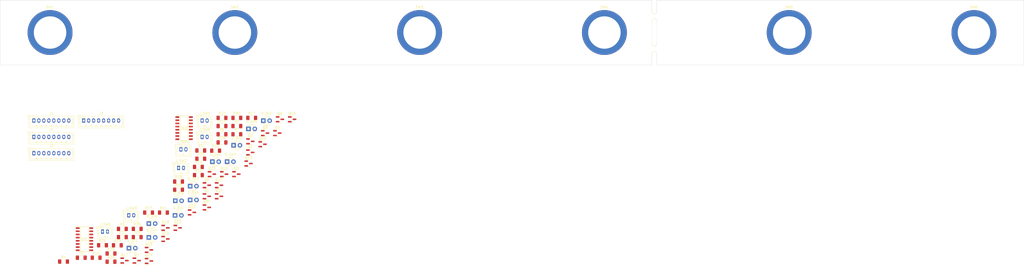
<source format=kicad_pcb>
(kicad_pcb (version 20211014) (generator pcbnew)
  (layers (0 "F.Cu" signal) (31 "B.Cu" signal) (34 "B.Paste" user) (35 "F.Paste" user) (36 "B.SilkS" user "B.Silkscreen") (37 "F.SilkS" user "F.Silkscreen") (38 "B.Mask" user) (39 "F.Mask" user) (44 "Edge.Cuts" user))
  (net 0 "")
  (net 1 "Net-(D_Bl1-Pad1)")
  (net 2 "/VDD3V3")
  (net 3 "Net-(D_Bl2-Pad1)")
  (net 4 "Net-(D_Bl3-Pad1)")
  (net 5 "Net-(D_Bl4-Pad1)")
  (net 6 "Net-(D_Bl5-Pad1)")
  (net 7 "/VDD3V3_ext")
  (net 8 "Net-(D_Bl6-Pad1)")
  (net 9 "GND")
  (net 10 "Net-(D_Ge1-Pad1)")
  (net 11 "Net-(D_Ge2-Pad1)")
  (net 12 "Net-(D_Ge3-Pad1)")
  (net 13 "Net-(D_Ge4-Pad1)")
  (net 14 "Net-(D_Ge5-Pad1)")
  (net 15 "Net-(D_Ge6-Pad1)")
  (net 16 "/sw5")
  (net 17 "Net-(J1-Pad3)")
  (net 18 "Net-(J1-Pad4)")
  (net 19 "/sw6")
  (net 20 "Net-(J1-Pad6)")
  (net 21 "Net-(J1-Pad7)")
  (net 22 "Net-(J2-Pad2)")
  (net 23 "Net-(J2-Pad5)")
  (net 24 "/gnd_ext")
  (net 25 "/RCLK")
  (net 26 "/SRCLR")
  (net 27 "/SRCLK")
  (net 28 "/Vref_green")
  (net 29 "/Vref_blue")
  (net 30 "/sw1")
  (net 31 "/sw2")
  (net 32 "/sw3")
  (net 33 "/sw4")
  (net 34 "/OE")
  (net 35 "/SER_OUT")
  (net 36 "/On_1")
  (net 37 "Net-(Q1-Pad3)")
  (net 38 "/Stomp_1")
  (net 39 "Net-(Q2-Pad3)")
  (net 40 "Net-(Q3-Pad2)")
  (net 41 "Net-(Q4-Pad2)")
  (net 42 "Net-(Q5-Pad2)")
  (net 43 "/On_2")
  (net 44 "Net-(Q6-Pad3)")
  (net 45 "Net-(Q7-Pad2)")
  (net 46 "/Stomp_2")
  (net 47 "Net-(Q8-Pad3)")
  (net 48 "Net-(Q9-Pad2)")
  (net 49 "/On_3")
  (net 50 "Net-(Q10-Pad3)")
  (net 51 "Net-(Q11-Pad2)")
  (net 52 "/Stomp_3")
  (net 53 "Net-(Q12-Pad3)")
  (net 54 "Net-(Q13-Pad2)")
  (net 55 "/On_4")
  (net 56 "Net-(Q14-Pad3)")
  (net 57 "Net-(Q15-Pad2)")
  (net 58 "/Stomp_4")
  (net 59 "Net-(Q16-Pad3)")
  (net 60 "Net-(Q17-Pad2)")
  (net 61 "Net-(Q18-Pad2)")
  (net 62 "/On_5")
  (net 63 "Net-(Q19-Pad2)")
  (net 64 "Net-(Q19-Pad3)")
  (net 65 "/Stomp_5")
  (net 66 "Net-(Q20-Pad3)")
  (net 67 "Net-(Q21-Pad2)")
  (net 68 "Net-(Q22-Pad2)")
  (net 69 "/On_6")
  (net 70 "Net-(Q23-Pad3)")
  (net 71 "/Stomp_6")
  (net 72 "Net-(Q24-Pad3)")
  (net 73 "/VDD0V33")
  (net 74 "Net-(U1-Pad9)")
  (footprint "KiCad_Libs:LehleSwitch" (layer "F.Cu") (at 35 45)
    (fp_text reference "SW1" (at -0.1 -10.2) (layer "F.SilkS"))
    (fp_text value "Lehle_Switch")
    (pad "1" thru_hole circle (at 0 0) (size 18 18) (drill 13) (layers *.Cu *.Mask) (net 9 "GND"))
  )
  (footprint "Resistor_SMD:R_1206_3216Metric_Pad1.30x1.75mm_HandSolder" (layer "F.Cu") (at 47.5 135.34)
    (fp_text reference "R3" (at 0 -1.82) (layer "F.SilkS"))
    (fp_text value "100k")
    (pad "1" smd roundrect (at -1.55 0) (size 1.3 1.75) (layers "F.Cu" "F.Paste" "F.Mask") (roundrect_rratio 0.192308) (net 2 "/VDD3V3"))
    (pad "2" smd roundrect (at 1.55 0) (size 1.3 1.75) (layers "F.Cu" "F.Paste" "F.Mask") (roundrect_rratio 0.192308) (net 30 "/sw1"))
  )
  (footprint "Package_TO_SOT_SMD:SOT-23" (layer "F.Cu") (at 114.49 97.56)
    (fp_text reference "Q13" (at 0 -2.4) (layer "F.SilkS"))
    (fp_text value "BC847")
    (pad "1" smd roundrect (at -0.9375 -0.95) (size 1.475 0.6) (layers "F.Cu" "F.Paste" "F.Mask") (net 29 "/Vref_blue"))
    (pad "2" smd roundrect (at -0.9375 0.95) (size 1.475 0.6) (layers "F.Cu" "F.Paste" "F.Mask") (net 54 "Net-(Q13-Pad2)"))
    (pad "3" smd roundrect (at 0.9375 0) (size 1.475 0.6) (layers "F.Cu" "F.Paste" "F.Mask") (net 5 "Net-(D_Bl4-Pad1)"))
  )
  (footprint "Resistor_SMD:R_1206_3216Metric_Pad1.30x1.75mm_HandSolder" (layer "F.Cu") (at 69.9 123.79)
    (fp_text reference "R25" (at 0 -1.82) (layer "F.SilkS"))
    (fp_text value "100k")
    (pad "1" smd roundrect (at -1.55 0) (size 1.3 1.75) (layers "F.Cu" "F.Paste" "F.Mask") (roundrect_rratio 0.192308) (net 65 "/Stomp_5"))
    (pad "2" smd roundrect (at 1.55 0) (size 1.3 1.75) (layers "F.Cu" "F.Paste" "F.Mask") (roundrect_rratio 0.192308) (net 63 "Net-(Q19-Pad2)"))
  )
  (footprint "KiCad_Libs:LehleSwitch" (layer "F.Cu") (at 331 45)
    (fp_text reference "SW5" (at -0.1 -10.2) (layer "F.SilkS"))
    (fp_text value "Lehle_Switch")
    (pad "1" thru_hole circle (at 0 0) (size 18 18) (drill 13) (layers *.Cu *.Mask) (net 9 "GND"))
  )
  (footprint "Package_TO_SOT_SMD:SOT-23" (layer "F.Cu") (at 115.17 93.11)
    (fp_text reference "Q2" (at 0 -2.4) (layer "F.SilkS"))
    (fp_text value "2N7002")
    (pad "1" smd roundrect (at -0.9375 -0.95) (size 1.475 0.6) (layers "F.Cu" "F.Paste" "F.Mask") (net 38 "/Stomp_1"))
    (pad "2" smd roundrect (at -0.9375 0.95) (size 1.475 0.6) (layers "F.Cu" "F.Paste" "F.Mask") (net 9 "GND"))
    (pad "3" smd roundrect (at 0.9375 0) (size 1.475 0.6) (layers "F.Cu" "F.Paste" "F.Mask") (net 39 "Net-(Q2-Pad3)"))
  )
  (footprint "Connector_JST:JST_PH_B2B-PH-K_1x02_P2.00mm_Vertical" (layer "F.Cu") (at 87.4 91.87)
    (fp_text reference "J_SW4" (at 1 -2.9) (layer "F.SilkS"))
    (fp_text value "Conn_01x02")
    (pad "1" thru_hole roundrect (at 0 0) (size 1.2 1.75) (drill 0.75) (layers *.Cu *.Mask) (roundrect_rratio 0.208333) (net 33 "/sw4"))
    (pad "2" thru_hole oval (at 2 0) (size 1.2 1.75) (drill 0.75) (layers *.Cu *.Mask) (net 9 "GND"))
  )
  (footprint "Package_TO_SOT_SMD:SOT-23" (layer "F.Cu") (at 97.77 110.72)
    (fp_text reference "Q1" (at 0 -2.4) (layer "F.SilkS"))
    (fp_text value "2N7002")
    (pad "1" smd roundrect (at -0.9375 -0.95) (size 1.475 0.6) (layers "F.Cu" "F.Paste" "F.Mask") (net 36 "/On_1"))
    (pad "2" smd roundrect (at -0.9375 0.95) (size 1.475 0.6) (layers "F.Cu" "F.Paste" "F.Mask") (net 9 "GND"))
    (pad "3" smd roundrect (at 0.9375 0) (size 1.475 0.6) (layers "F.Cu" "F.Paste" "F.Mask") (net 37 "Net-(Q1-Pad3)"))
  )
  (footprint "Resistor_SMD:R_1206_3216Metric_Pad1.30x1.75mm_HandSolder" (layer "F.Cu") (at 103.85 85.82)
    (fp_text reference "R6" (at 0 -1.82) (layer "F.SilkS"))
    (fp_text value "100k")
    (pad "1" smd roundrect (at -1.55 0) (size 1.3 1.75) (layers "F.Cu" "F.Paste" "F.Mask") (roundrect_rratio 0.192308) (net 43 "/On_2"))
    (pad "2" smd roundrect (at 1.55 0) (size 1.3 1.75) (layers "F.Cu" "F.Paste" "F.Mask") (roundrect_rratio 0.192308) (net 9 "GND"))
  )
  (footprint "Resistor_SMD:R_1206_3216Metric_Pad1.30x1.75mm_HandSolder" (layer "F.Cu") (at 63.95 123.79)
    (fp_text reference "R5" (at 0 -1.82) (layer "F.SilkS"))
    (fp_text value "100k")
    (pad "1" smd roundrect (at -1.55 0) (size 1.3 1.75) (layers "F.Cu" "F.Paste" "F.Mask") (roundrect_rratio 0.192308) (net 38 "/Stomp_1"))
    (pad "2" smd roundrect (at 1.55 0) (size 1.3 1.75) (layers "F.Cu" "F.Paste" "F.Mask") (roundrect_rratio 0.192308) (net 9 "GND"))
  )
  (footprint "Package_TO_SOT_SMD:SOT-23" (layer "F.Cu") (at 99.82 101.82)
    (fp_text reference "Q23" (at 0 -2.4) (layer "F.SilkS"))
    (fp_text value "2N7002")
    (pad "1" smd roundrect (at -0.9375 -0.95) (size 1.475 0.6) (layers "F.Cu" "F.Paste" "F.Mask") (net 69 "/On_6"))
    (pad "2" smd roundrect (at -0.9375 0.95) (size 1.475 0.6) (layers "F.Cu" "F.Paste" "F.Mask") (net 9 "GND"))
    (pad "3" smd roundrect (at 0.9375 0) (size 1.475 0.6) (layers "F.Cu" "F.Paste" "F.Mask") (net 70 "Net-(Q23-Pad3)"))
  )
  (footprint "LED_THT:LED_D3.0mm" (layer "F.Cu") (at 85.15 112.5)
    (fp_text reference "D_Bl5" (at 1.27 -2.96) (layer "F.SilkS"))
    (fp_text value "LED")
    (pad "1" thru_hole rect (at 0 0) (size 1.8 1.8) (drill 0.9) (layers *.Cu *.Mask) (net 6 "Net-(D_Bl5-Pad1)"))
    (pad "2" thru_hole circle (at 2.54 0) (size 1.8 1.8) (drill 0.9) (layers *.Cu *.Mask) (net 7 "/VDD3V3_ext"))
  )
  (footprint "Package_TO_SOT_SMD:SOT-23" (layer "F.Cu") (at 121.12 85.37)
    (fp_text reference "Q9" (at 0 -2.4) (layer "F.SilkS"))
    (fp_text value "BC847")
    (pad "1" smd roundrect (at -0.9375 -0.95) (size 1.475 0.6) (layers "F.Cu" "F.Paste" "F.Mask") (net 29 "/Vref_blue"))
    (pad "2" smd roundrect (at -0.9375 0.95) (size 1.475 0.6) (layers "F.Cu" "F.Paste" "F.Mask") (net 48 "Net-(Q9-Pad2)"))
    (pad "3" smd roundrect (at 0.9375 0) (size 1.475 0.6) (layers "F.Cu" "F.Paste" "F.Mask") (net 4 "Net-(D_Bl3-Pad1)"))
  )
  (footprint "LED_THT:LED_D3.0mm" (layer "F.Cu") (at 100 96.82)
    (fp_text reference "D_Ge1" (at 1.27 -2.96) (layer "F.SilkS"))
    (fp_text value "LED")
    (pad "1" thru_hole rect (at 0 0) (size 1.8 1.8) (drill 0.9) (layers *.Cu *.Mask) (net 10 "Net-(D_Ge1-Pad1)"))
    (pad "2" thru_hole circle (at 2.54 0) (size 1.8 1.8) (drill 0.9) (layers *.Cu *.Mask) (net 2 "/VDD3V3"))
  )
  (footprint "Resistor_SMD:R_1206_3216Metric_Pad1.30x1.75mm_HandSolder" (layer "F.Cu") (at 59.4 136.95)
    (fp_text reference "R23" (at 0 -1.82) (layer "F.SilkS"))
    (fp_text value "330")
    (pad "1" smd roundrect (at -1.55 0) (size 1.3 1.75) (layers "F.Cu" "F.Paste" "F.Mask") (roundrect_rratio 0.192308) (net 61 "Net-(Q18-Pad2)"))
    (pad "2" smd roundrect (at 1.55 0) (size 1.3 1.75) (layers "F.Cu" "F.Paste" "F.Mask") (roundrect_rratio 0.192308) (net 66 "Net-(Q20-Pad3)"))
  )
  (footprint "Resistor_SMD:R_1206_3216Metric_Pad1.30x1.75mm_HandSolder" (layer "F.Cu") (at 86.45 108.08)
    (fp_text reference "R18" (at 0 -1.82) (layer "F.SilkS"))
    (fp_text value "100k")
    (pad "1" smd roundrect (at -1.55 0) (size 1.3 1.75) (layers "F.Cu" "F.Paste" "F.Mask") (roundrect_rratio 0.192308) (net 58 "/Stomp_4"))
    (pad "2" smd roundrect (at 1.55 0) (size 1.3 1.75) (layers "F.Cu" "F.Paste" "F.Mask") (roundrect_rratio 0.192308) (net 9 "GND"))
  )
  (footprint "Package_TO_SOT_SMD:SOT-23" (layer "F.Cu") (at 97.77 115.17)
    (fp_text reference "Q21" (at 0 -2.4) (layer "F.SilkS"))
    (fp_text value "BC847")
    (pad "1" smd roundrect (at -0.9375 -0.95) (size 1.475 0.6) (layers "F.Cu" "F.Paste" "F.Mask") (net 29 "/Vref_blue"))
    (pad "2" smd roundrect (at -0.9375 0.95) (size 1.475 0.6) (layers "F.Cu" "F.Paste" "F.Mask") (net 67 "Net-(Q21-Pad2)"))
    (pad "3" smd roundrect (at 0.9375 0) (size 1.475 0.6) (layers "F.Cu" "F.Paste" "F.Mask") (net 20 "Net-(J1-Pad6)"))
  )
  (footprint "Resistor_SMD:R_1206_3216Metric_Pad1.30x1.75mm_HandSolder" (layer "F.Cu") (at 95.35 95.63)
    (fp_text reference "R20" (at 0 -1.82) (layer "F.SilkS"))
    (fp_text value "100k")
    (pad "1" smd roundrect (at -1.55 0) (size 1.3 1.75) (layers "F.Cu" "F.Paste" "F.Mask") (roundrect_rratio 0.192308) (net 2 "/VDD3V3"))
    (pad "2" smd roundrect (at 1.55 0) (size 1.3 1.75) (layers "F.Cu" "F.Paste" "F.Mask") (roundrect_rratio 0.192308) (net 33 "/sw4"))
  )
  (footprint "Resistor_SMD:R_1206_3216Metric_Pad1.30x1.75mm_HandSolder" (layer "F.Cu") (at 94.4 102.21)
    (fp_text reference "R15" (at 0 -1.82) (layer "F.SilkS"))
    (fp_text value "100k")
    (pad "1" smd roundrect (at -1.55 0) (size 1.3 1.75) (layers "F.Cu" "F.Paste" "F.Mask") (roundrect_rratio 0.192308) (net 2 "/VDD3V3"))
    (pad "2" smd roundrect (at 1.55 0) (size 1.3 1.75) (layers "F.Cu" "F.Paste" "F.Mask") (roundrect_rratio 0.192308) (net 32 "/sw3"))
  )
  (footprint "KiCad_Libs:LehleSwitch" (layer "F.Cu") (at 257 45)
    (fp_text reference "SW4" (at -0.1 -10.2) (layer "F.SilkS"))
    (fp_text value "Lehle_Switch")
    (pad "1" thru_hole circle (at 0 0) (size 18 18) (drill 13) (layers *.Cu *.Mask) (net 9 "GND"))
  )
  (footprint "Resistor_SMD:R_1206_3216Metric_Pad1.30x1.75mm_HandSolder" (layer "F.Cu") (at 80.4 117.24)
    (fp_text reference "R11" (at 0 -1.82) (layer "F.SilkS"))
    (fp_text value "100k")
    (pad "1" smd roundrect (at -1.55 0) (size 1.3 1.75) (layers "F.Cu" "F.Paste" "F.Mask") (roundrect_rratio 0.192308) (net 49 "/On_3"))
    (pad "2" smd roundrect (at 1.55 0) (size 1.3 1.75) (layers "F.Cu" "F.Paste" "F.Mask") (roundrect_rratio 0.192308) (net 9 "GND"))
  )
  (footprint "Resistor_SMD:R_1206_3216Metric_Pad1.30x1.75mm_HandSolder" (layer "F.Cu") (at 56 130.34)
    (fp_text reference "R24" (at 0 -1.82) (layer "F.SilkS"))
    (fp_text value "100k")
    (pad "1" smd roundrect (at -1.55 0) (size 1.3 1.75) (layers "F.Cu" "F.Paste" "F.Mask") (roundrect_rratio 0.192308) (net 62 "/On_5"))
    (pad "2" smd roundrect (at 1.55 0) (size 1.3 1.75) (layers "F.Cu" "F.Paste" "F.Mask") (roundrect_rratio 0.192308) (net 63 "Net-(Q19-Pad2)"))
  )
  (footprint "Resistor_SMD:R_1206_3216Metric_Pad1.30x1.75mm_HandSolder" (layer "F.Cu") (at 115.75 79.24)
    (fp_text reference "R17" (at 0 -1.82) (layer "F.SilkS"))
    (fp_text value "330")
    (pad "1" smd roundrect (at -1.55 0) (size 1.3 1.75) (layers "F.Cu" "F.Paste" "F.Mask") (roundrect_rratio 0.192308) (net 54 "Net-(Q13-Pad2)"))
    (pad "2" smd roundrect (at 1.55 0) (size 1.3 1.75) (layers "F.Cu" "F.Paste" "F.Mask") (roundrect_rratio 0.192308) (net 56 "Net-(Q14-Pad3)"))
  )
  (footprint "Connector_JST:JST_PH_B2B-PH-K_1x02_P2.00mm_Vertical" (layer "F.Cu") (at 66.5 118.32)
    (fp_text reference "J_SW3" (at 1 -2.9) (layer "F.SilkS"))
    (fp_text value "Conn_01x02")
    (pad "1" thru_hole roundrect (at 0 0) (size 1.2 1.75) (drill 0.75) (layers *.Cu *.Mask) (roundrect_rratio 0.208333) (net 32 "/sw3"))
    (pad "2" thru_hole oval (at 2 0) (size 1.2 1.75) (drill 0.75) (layers *.Cu *.Mask) (net 9 "GND"))
  )
  (footprint "Connector_JST:JST_PH_B8B-PH-K_1x08_P2.00mm_Vertical" (layer "F.Cu") (at 48.45 80.32)
    (fp_text reference "J3" (at 7 -2.9) (layer "F.SilkS"))
    (fp_text value "Conn_01x08")
    (pad "1" thru_hole roundrect (at 0 0) (size 1.2 1.75) (drill 0.75) (layers *.Cu *.Mask) (roundrect_rratio 0.208333) (net 9 "GND"))
    (pad "2" thru_hole oval (at 2 0) (size 1.2 1.75) (drill 0.75) (layers *.Cu *.Mask) (net 25 "/RCLK"))
    (pad "3" thru_hole oval (at 4 0) (size 1.2 1.75) (drill 0.75) (layers *.Cu *.Mask) (net 25 "/RCLK"))
    (pad "4" thru_hole oval (at 6 0) (size 1.2 1.75) (drill 0.75) (layers *.Cu *.Mask) (net 26 "/SRCLR"))
    (pad "5" thru_hole oval (at 8 0) (size 1.2 1.75) (drill 0.75) (layers *.Cu *.Mask) (net 27 "/SRCLK"))
    (pad "6" thru_hole oval (at 10 0) (size 1.2 1.75) (drill 0.75) (layers *.Cu *.Mask) (net 28 "/Vref_green"))
    (pad "7" thru_hole oval (at 12 0) (size 1.2 1.75) (drill 0.75) (layers *.Cu *.Mask) (net 29 "/Vref_blue"))
    (pad "8" thru_hole oval (at 14 0) (size 1.2 1.75) (drill 0.75) (layers *.Cu *.Mask) (net 2 "/VDD3V3"))
  )
  (footprint "Resistor_SMD:R_1206_3216Metric_Pad1.30x1.75mm_HandSolder" (layer "F.Cu") (at 59.4 133.66)
    (fp_text reference "R26" (at 0 -1.82) (layer "F.SilkS"))
    (fp_text value "100k")
    (pad "1" smd roundrect (at -1.55 0) (size 1.3 1.75) (layers "F.Cu" "F.Paste" "F.Mask") (roundrect_rratio 0.192308) (net 73 "/VDD0V33"))
    (pad "2" smd roundrect (at 1.55 0) (size 1.3 1.75) (layers "F.Cu" "F.Paste" "F.Mask") (roundrect_rratio 0.192308) (net 19 "/sw6"))
  )
  (footprint "Resistor_SMD:R_1206_3216Metric_Pad1.30x1.75mm_HandSolder" (layer "F.Cu") (at 86.45 104.79)
    (fp_text reference "R16" (at 0 -1.82) (layer "F.SilkS"))
    (fp_text value "100k")
    (pad "1" smd roundrect (at -1.55 0) (size 1.3 1.75) (layers "F.Cu" "F.Paste" "F.Mask") (roundrect_rratio 0.192308) (net 55 "/On_4"))
    (pad "2" smd roundrect (at 1.55 0) (size 1.3 1.75) (layers "F.Cu" "F.Paste" "F.Mask") (roundrect_rratio 0.192308) (net 9 "GND"))
  )
  (footprint "Resistor_SMD:R_1206_3216Metric_Pad1.30x1.75mm_HandSolder" (layer "F.Cu") (at 103.85 79.24)
    (fp_text reference "R22" (at 0 -1.82) (layer "F.SilkS"))
    (fp_text value "330")
    (pad "1" smd roundrect (at -1.55 0) (size 1.3 1.75) (layers "F.Cu" "F.Paste" "F.Mask") (roundrect_rratio 0.192308) (net 60 "Net-(Q17-Pad2)"))
    (pad "2" smd roundrect (at 1.55 0) (size 1.3 1.75) (layers "F.Cu" "F.Paste" "F.Mask") (roundrect_rratio 0.192308) (net 64 "Net-(Q19-Pad3)"))
  )
  (footprint "LED_THT:LED_D3.0mm" (layer "F.Cu") (at 85.05 118.37)
    (fp_text reference "D_Bl4" (at 1.27 -2.96) (layer "F.SilkS"))
    (fp_text value "LED")
    (pad "1" thru_hole rect (at 0 0) (size 1.8 1.8) (drill 0.9) (layers *.Cu *.Mask) (net 5 "Net-(D_Bl4-Pad1)"))
    (pad "2" thru_hole circle (at 2.54 0) (size 1.8 1.8) (drill 0.9) (layers *.Cu *.Mask) (net 2 "/VDD3V3"))
  )
  (footprint "KiCad_Libs:LehleSwitch" (layer "F.Cu") (at 109 45)
    (fp_text reference "SW2" (at -0.1 -10.2) (layer "F.SilkS"))
    (fp_text value "Lehle_Switch")
    (pad "1" thru_hole circle (at 0 0) (size 18 18) (drill 13) (layers *.Cu *.Mask) (net 9 "GND"))
  )
  (footprint "Connector_JST:JST_PH_B8B-PH-K_1x08_P2.00mm_Vertical" (layer "F.Cu") (at 28.5 86.87)
    (fp_text reference "J4" (at 7 -2.9) (layer "F.SilkS"))
    (fp_text value "Conn_01x08")
    (pad "1" thru_hole roundrect (at 0 0) (size 1.2 1.75) (drill 0.75) (layers *.Cu *.Mask) (roundrect_rratio 0.208333) (net 30 "/sw1"))
    (pad "2" thru_hole oval (at 2 0) (size 1.2 1.75) (drill 0.75) (layers *.Cu *.Mask) (net 31 "/sw2"))
    (pad "3" thru_hole oval (at 4 0) (size 1.2 1.75) (drill 0.75) (layers *.Cu *.Mask) (net 32 "/sw3"))
    (pad "4" thru_hole oval (at 6 0) (size 1.2 1.75) (drill 0.75) (layers *.Cu *.Mask) (net 33 "/sw4"))
    (pad "5" thru_hole oval (at 8 0) (size 1.2 1.75) (drill 0.75) (layers *.Cu *.Mask) (net 16 "/sw5"))
    (pad "6" thru_hole oval (at 10 0) (size 1.2 1.75) (drill 0.75) (layers *.Cu *.Mask) (net 19 "/sw6"))
    (pad "7" thru_hole oval (at 12 0) (size 1.2 1.75) (drill 0.75) (layers *.Cu *.Mask) (net 34 "/OE"))
    (pad "8" thru_hole oval (at 14 0) (size 1.2 1.75) (drill 0.75) (layers *.Cu *.Mask) (net 35 "/SER_OUT"))
  )
  (footprint "LED_THT:LED_D3.0mm" (layer "F.Cu") (at 108.5 90.24)
    (fp_text reference "D_Bl3" (at 1.27 -2.96) (layer "F.SilkS"))
    (fp_text value "LED")
    (pad "1" thru_hole rect (at 0 0) (size 1.8 1.8) (drill 0.9) (layers *.Cu *.Mask) (net 4 "Net-(D_Bl3-Pad1)"))
    (pad "2" thru_hole circle (at 2.54 0) (size 1.8 1.8) (drill 0.9) (layers *.Cu *.Mask) (net 2 "/VDD3V3"))
  )
  (footprint "Resistor_SMD:R_1206_3216Metric_Pad1.30x1.75mm_HandSolder" (layer "F.Cu") (at 63.95 127.08)
    (fp_text reference "R21" (at 0 -1.82) (layer "F.SilkS"))
    (fp_text value "100k")
    (pad "1" smd roundrect (at -1.55 0) (size 1.3 1.75) (layers "F.Cu" "F.Paste" "F.Mask") (roundrect_rratio 0.192308) (net 73 "/VDD0V33"))
    (pad "2" smd roundrect (at 1.55 0) (size 1.3 1.75) (layers "F.Cu" "F.Paste" "F.Mask") (roundrect_rratio 0.192308) (net 16 "/sw5"))
  )
  (footprint "Package_TO_SOT_SMD:SOT-23" (layer "F.Cu") (at 69.71 136.5)
    (fp_text reference "Q7" (at 0 -2.4) (layer "F.SilkS"))
    (fp_text value "BC847")
    (pad "1" smd roundrect (at -0.9375 -0.95) (size 1.475 0.6) (layers "F.Cu" "F.Paste" "F.Mask") (net 28 "/Vref_green"))
    (pad "2" smd roundrect (at -0.9375 0.95) (size 1.475 0.6) (layers "F.Cu" "F.Paste" "F.Mask") (net 45 "Net-(Q7-Pad2)"))
    (pad "3" smd roundrect (at 0.9375 0) (size 1.475 0.6) (layers "F.Cu" "F.Paste" "F.Mask") (net 11 "Net-(D_Ge2-Pad1)"))
  )
  (footprint "Package_TO_SOT_SMD:SOT-23" (layer "F.Cu") (at 102.66 110.72)
    (fp_text reference "Q14" (at 0 -2.4) (layer "F.SilkS"))
    (fp_text value "2N7002")
    (pad "1" smd roundrect (at -0.9375 -0.95) (size 1.475 0.6) (layers "F.Cu" "F.Paste" "F.Mask") (net 55 "/On_4"))
    (pad "2" smd roundrect (at -0.9375 0.95) (size 1.475 0.6) (layers "F.Cu" "F.Paste" "F.Mask") (net 9 "GND"))
    (pad "3" smd roundrect (at 0.9375 0) (size 1.475 0.6) (layers "F.Cu" "F.Paste" "F.Mask") (net 56 "Net-(Q14-Pad3)"))
  )
  (footprint "Resistor_SMD:R_1206_3216Metric_Pad1.30x1.75mm_HandSolder" (layer "F.Cu") (at 61.95 130.37)
    (fp_text reference "R29" (at 0 -1.82) (layer "F.SilkS"))
    (fp_text value "100k")
    (pad "1" smd roundrect (at -1.55 0) (size 1.3 1.75) (layers "F.Cu" "F.Paste" "F.Mask") (roundrect_rratio 0.192308) (net 69 "/On_6"))
    (pad "2" smd roundrect (at 1.55 0) (size 1.3 1.75) (layers "F.Cu" "F.Paste" "F.Mask") (roundrect_rratio 0.192308) (net 9 "GND"))
  )
  (footprint "Connector_JST:JST_PH_B8B-PH-K_1x08_P2.00mm_Vertical" (layer "F.Cu") (at 28.5 93.42)
    (fp_text reference "J2" (at 7 -2.9) (layer "F.SilkS"))
    (fp_text value "Conn_01x08")
    (pad "1" thru_hole roundrect (at 0 0) (size 1.2 1.75) (drill 0.75) (layers *.Cu *.Mask) (roundrect_rratio 0.208333) (net 7 "/VDD3V3_ext"))
    (pad "2" thru_hole oval (at 2 0) (size 1.2 1.75) (drill 0.75) (layers *.Cu *.Mask) (net 22 "Net-(J2-Pad2)"))
    (pad "3" thru_hole oval (at 4 0) (size 1.2 1.75) (drill 0.75) (layers *.Cu *.Mask) (net 6 "Net-(D_Bl5-Pad1)"))
    (pad "4" thru_hole oval (at 6 0) (size 1.2 1.75) (drill 0.75) (layers *.Cu *.Mask) (net 14 "Net-(D_Ge5-Pad1)"))
    (pad "5" thru_hole oval (at 8 0) (size 1.2 1.75) (drill 0.75) (layers *.Cu *.Mask) (net 23 "Net-(J2-Pad5)"))
    (pad "6" thru_hole oval (at 10 0) (size 1.2 1.75) (drill 0.75) (layers *.Cu *.Mask) (net 8 "Net-(D_Bl6-Pad1)"))
    (pad "7" thru_hole oval (at 12 0) (size 1.2 1.75) (drill 0.75) (layers *.Cu *.Mask) (net 15 "Net-(D_Ge6-Pad1)"))
    (pad "8" thru_hole oval (at 14 0) (size 1.2 1.75) (drill 0.75) (layers *.Cu *.Mask) (net 24 "/gnd_ext"))
  )
  (footprint "Package_TO_SOT_SMD:SOT-23" (layer "F.Cu") (at 109.6 101.82)
    (fp_text reference "Q5" (at 0 -2.4) (layer "F.SilkS"))
    (fp_text value "BC847")
    (pad "1" smd roundrect (at -0.9375 -0.95) (size 1.475 0.6) (layers "F.Cu" "F.Paste" "F.Mask") (net 29 "/Vref_blue"))
    (pad "2" smd roundrect (at -0.9375 0.95) (size 1.475 0.6) (layers "F.Cu" "F.Paste" "F.Mask") (net 42 "Net-(Q5-Pad2)"))
    (pad "3" smd roundrect (at 0.9375 0) (size 1.475 0.6) (layers "F.Cu" "F.Paste" "F.Mask") (net 3 "Net-(D_Bl2-Pad1)"))
  )
  (footprint "KiCad_Libs:LehleSwitch" (layer "F.Cu") (at 405 45)
    (fp_text reference "SW6" (at -0.1 -10.2) (layer "F.SilkS"))
    (fp_text value "Lehle_Switch")
    (pad "1" thru_hole circle (at 0 0) (size 18 18) (drill 13) (layers *.Cu *.Mask) (net 9 "GND"))
  )
  (footprint "LED_THT:LED_D3.0mm" (layer "F.Cu") (at 105.9 96.82)
    (fp_text reference "D_Ge2" (at 1.27 -2.96) (layer "F.SilkS"))
    (fp_text value "LED")
    (pad "1" thru_hole rect (at 0 0) (size 1.8 1.8) (drill 0.9) (layers *.Cu *.Mask) (net 11 "Net-(D_Ge2-Pad1)"))
    (pad "2" thru_hole circle (at 2.54 0) (size 1.8 1.8) (drill 0.9) (layers *.Cu *.Mask) (net 2 "/VDD3V3"))
  )
  (footprint "Package_TO_SOT_SMD:SOT-23" (layer "F.Cu") (at 104.71 101.82)
    (fp_text reference "Q19" (at 0 -2.4) (layer "F.SilkS"))
    (fp_text value "2N7002")
    (pad "1" smd roundrect (at -0.9375 -0.95) (size 1.475 0.6) (layers "F.Cu" "F.Paste" "F.Mask") (net 62 "/On_5"))
    (pad "2" smd roundrect (at -0.9375 0.95) (size 1.475 0.6) (layers "F.Cu" "F.Paste" "F.Mask") (net 63 "Net-(Q19-Pad2)"))
    (pad "3" smd roundrect (at 0.9375 0) (size 1.475 0.6) (layers "F.Cu" "F.Paste" "F.Mask") (net 64 "Net-(Q19-Pad3)"))
  )
  (footprint "Connector_JST:JST_PH_B2B-PH-K_1x02_P2.00mm_Vertical" (layer "F.Cu") (at 95.9 86.87)
    (fp_text reference "J_SW6" (at 1 -2.9) (layer "F.SilkS"))
    (fp_text value "Conn_01x02")
    (pad "1" thru_hole roundrect (at 0 0) (size 1.2 1.75) (drill 0.75) (layers *.Cu *.Mask) (roundrect_rratio 0.208333) (net 23 "Net-(J2-Pad5)"))
    (pad "2" thru_hole oval (at 2 0) (size 1.2 1.75) (drill 0.75) (layers *.Cu *.Mask) (net 24 "/gnd_ext"))
  )
  (footprint "Resistor_SMD:R_1206_3216Metric_Pad1.30x1.75mm_HandSolder" (layer "F.Cu") (at 53.45 135.34)
    (fp_text reference "R12" (at 0 -1.82) (layer "F.SilkS"))
    (fp_text value "330")
    (pad "1" smd roundrect (at -1.55 0) (size 1.3 1.75) (layers "F.Cu" "F.Paste" "F.Mask") (roundrect_rratio 0.192308) (net 48 "Net-(Q9-Pad2)"))
    (pad "2" smd roundrect (at 1.55 0) (size 1.3 1.75) (layers "F.Cu" "F.Paste" "F.Mask") (roundrect_rratio 0.192308) (net 50 "Net-(Q10-Pad3)"))
  )
  (footprint "Package_TO_SOT_SMD:SOT-23" (layer "F.Cu") (at 64.82 136.5)
    (fp_text reference "Q17" (at 0 -2.4) (layer "F.SilkS"))
    (fp_text value "BC847")
    (pad "1" smd roundrect (at -0.9375 -0.95) (size 1.475 0.6) (layers "F.Cu" "F.Paste" "F.Mask") (net 29 "/Vref_blue"))
    (pad "2" smd roundrect (at -0.9375 0.95) (size 1.475 0.6) (layers "F.Cu" "F.Paste" "F.Mask") (net 60 "Net-(Q17-Pad2)"))
    (pad "3" smd roundrect (at 0.9375 0) (size 1.475 0.6) (layers "F.Cu" "F.Paste" "F.Mask") (net 17 "Net-(J1-Pad3)"))
  )
  (footprint "Connector_JST:JST_PH_B2B-PH-K_1x02_P2.00mm_Vertical" (layer "F.Cu") (at 56 124.87)
    (fp_text reference "J_SW5" (at 1 -2.9) (layer "F.SilkS"))
    (fp_text value "Conn_01x02")
    (pad "1" thru_hole roundrect (at 0 0) (size 1.2 1.75) (drill 0.75) (layers *.Cu *.Mask) (roundrect_rratio 0.208333) (net 22 "Net-(J2-Pad2)"))
    (pad "2" thru_hole oval (at 2 0) (size 1.2 1.75) (drill 0.75) (layers *.Cu *.Mask) (net 24 "/gnd_ext"))
  )
  (footprint "Resistor_SMD:R_1206_3216Metric_Pad1.30x1.75mm_HandSolder" (layer "F.Cu") (at 95.35 92.34)
    (fp_text reference "R1" (at 0 -1.82) (layer "F.SilkS"))
    (fp_text value "330")
    (pad "1" smd roundrect (at -1.55 0) (size 1.3 1.75) (layers "F.Cu" "F.Paste" "F.Mask") (roundrect_rratio 0.192308) (net 40 "Net-(Q3-Pad2)"))
    (pad "2" smd roundrect (at 1.55 0) (size 1.3 1.75) (layers "F.Cu" "F.Paste" "F.Mask") (roundrect_rratio 0.192308) (net 37 "Net-(Q1-Pad3)"))
  )
  (footprint "Panelization:mouse-bite-2mm-slot" (layer "F.Cu") (at 277 38.5 90)
    (fp_text reference "mouse-bite-2mm-slot" hide)
    (fp_text value "VAL**" hide)
    (pad "" np_thru_hole circle locked (at 0.75 -0.75 90) (size 0.5 0.5) (drill 0.5) (layers *.Cu *.Mask))
    (pad "" np_thru_hole circle locked (at 0.75 0.75 90) (size 0.5 0.5) (drill 0.5) (layers *.Cu *.Mask))
    (pad "" np_thru_hole circle locked (at -0.75 0.75 90) (size 0.5 0.5) (drill 0.5) (layers *.Cu *.Mask))
    (pad "" np_thru_hole circle locked (at 0 0.75 90) (size 0.5 0.5) (drill 0.5) (layers *.Cu *.Mask))
    (pad "" np_thru_hole circle locked (at 0 -0.75 90) (size 0.5 0.5) (drill 0.5) (layers *.Cu *.Mask))
    (pad "" np_thru_hole circle locked (at -0.75 -0.75 90) (size 0.5 0.5) (drill 0.5) (layers *.Cu *.Mask))
  )
  (footprint "LED_THT:LED_D3.0mm" (layer "F.Cu") (at 114.45 83.66)
    (fp_text reference "D_Ge6" (at 1.27 -2.96) (layer "F.SilkS"))
    (fp_text value "LED")
    (pad "1" thru_hole rect (at 0 0) (size 1.8 1.8) (drill 0.9) (layers *.Cu *.Mask) (net 15 "Net-(D_Ge6-Pad1)"))
    (pad "2" thru_hole circle (at 2.54 0) (size 1.8 1.8) (drill 0.9) (layers *.Cu *.Mask) (net 7 "/VDD3V3_ext"))
  )
  (footprint "Package_TO_SOT_SMD:SOT-23" (layer "F.Cu") (at 74.6 136.66)
    (fp_text reference "Q24" (at 0 -2.4) (layer "F.SilkS"))
    (fp_text value "2N7002")
    (pad "1" smd roundrect (at -0.9375 -0.95) (size 1.475 0.6) (layers "F.Cu" "F.Paste" "F.Mask") (net 71 "/Stomp_6"))
    (pad "2" smd roundrect (at -0.9375 0.95) (size 1.475 0.6) (layers "F.Cu" "F.Paste" "F.Mask") (net 9 "GND"))
    (pad "3" smd roundrect (at 0.9375 0) (size 1.475 0.6) (layers "F.Cu" "F.Paste" "F.Mask") (net 72 "Net-(Q24-Pad3)"))
  )
  (footprint "Resistor_SMD:R_1206_3216Metric_Pad1.30x1.75mm_HandSolder" (layer "F.Cu") (at 109.8 79.24)
    (fp_text reference "R30" (at 0 -1.82) (layer "F.SilkS"))
    (fp_text value "100k")
    (pad "1" smd roundrect (at -1.55 0) (size 1.3 1.75) (layers "F.Cu" "F.Paste" "F.Mask") (roundrect_rratio 0.192308) (net 71 "/Stomp_6"))
    (pad "2" smd roundrect (at 1.55 0) (size 1.3 1.75) (layers "F.Cu" "F.Paste" "F.Mask") (roundrect_rratio 0.192308) (net 9 "GND"))
  )
  (footprint "LED_THT:LED_D3.0mm" (layer "F.Cu") (at 74.55 121.66)
    (fp_text reference "D_Bl6" (at 1.27 -2.96) (layer "F.SilkS"))
    (fp_text value "LED")
    (pad "1" thru_hole rect (at 0 0) (size 1.8 1.8) (drill 0.9) (layers *.Cu *.Mask) (net 8 "Net-(D_Bl6-Pad1)"))
    (pad "2" thru_hole circle (at 2.54 0) (size 1.8 1.8) (drill 0.9) (layers *.Cu *.Mask) (net 7 "/VDD3V3_ext"))
  )
  (footprint "Resistor_SMD:R_1206_3216Metric_Pad1.30x1.75mm_HandSolder" (layer "F.Cu") (at 74.45 117.24)
    (fp_text reference "R27" (at 0 -1.82) (layer "F.SilkS"))
    (fp_text value "330")
    (pad "1" smd roundrect (at -1.55 0) (size 1.3 1.75) (layers "F.Cu" "F.Paste" "F.Mask") (roundrect_rratio 0.192308) (net 67 "Net-(Q21-Pad2)"))
    (pad "2" smd roundrect (at 1.55 0) (size 1.3 1.75) (layers "F.Cu" "F.Paste" "F.Mask") (roundrect_rratio 0.192308) (net 70 "Net-(Q23-Pad3)"))
  )
  (footprint "LED_THT:LED_D3.0mm" (layer "F.Cu") (at 74.55 127.21)
    (fp_text reference "D_Ge4" (at 1.27 -2.96) (layer "F.SilkS"))
    (fp_text value "LED")
    (pad "1" thru_hole rect (at 0 0) (size 1.8 1.8) (drill 0.9) (layers *.Cu *.Mask) (net 13 "Net-(D_Ge4-Pad1)"))
    (pad "2" thru_hole circle (at 2.54 0) (size 1.8 1.8) (drill 0.9) (layers *.Cu *.Mask) (net 2 "/VDD3V3"))
  )
  (footprint "Package_TO_SOT_SMD:SOT-23" (layer "F.Cu") (at 126.01 85.37)
    (fp_text reference "Q4" (at 0 -2.4) (layer "F.SilkS"))
    (fp_text value "BC847")
    (pad "1" smd roundrect (at -0.9375 -0.95) (size 1.475 0.6) (layers "F.Cu" "F.Paste" "F.Mask") (net 28 "/Vref_green"))
    (pad "2" smd roundrect (at -0.9375 0.95) (size 1.475 0.6) (layers "F.Cu" "F.Paste" "F.Mask") (net 41 "Net-(Q4-Pad2)"))
    (pad "3" smd roundrect (at 0.9375 0) (size 1.475 0.6) (layers "F.Cu" "F.Paste" "F.Mask") (net 10 "Net-(D_Ge1-Pad1)"))
  )
  (footprint "Package_TO_SOT_SMD:SOT-23" (layer "F.Cu") (at 120.11 89.82)
    (fp_text reference "Q20" (at 0 -2.4) (layer "F.SilkS"))
    (fp_text value "2N7002")
    (pad "1" smd roundrect (at -0.9375 -0.95) (size 1.475 0.6) (layers "F.Cu" "F.Paste" "F.Mask") (net 65 "/Stomp_5"))
    (pad "2" smd roundrect (at -0.9375 0.95) (size 1.475 0.6) (layers "F.Cu" "F.Paste" "F.Mask") (net 63 "Net-(Q19-Pad2)"))
    (pad "3" smd roundrect (at 0.9375 0) (size 1.475 0.6) (layers "F.Cu" "F.Paste" "F.Mask") (net 66 "Net-(Q20-Pad3)"))
  )
  (footprint "Resistor_SMD:R_1206_3216Metric_Pad1.30x1.75mm_HandSolder" (layer "F.Cu") (at 69.9 127.08)
    (fp_text reference "R8" (at 0 -1.82) (layer "F.SilkS"))
    (fp_text value "100k")
    (pad "1" smd roundrect (at -1.55 0) (size 1.3 1.75) (layers "F.Cu" "F.Paste" "F.Mask") (roundrect_rratio 0.192308) (net 46 "/Stomp_2"))
    (pad "2" smd roundrect (at 1.55 0) (size 1.3 1.75) (layers "F.Cu" "F.Paste" "F.Mask") (roundrect_rratio 0.192308) (net 9 "GND"))
  )
  (footprint "Package_TO_SOT_SMD:SOT-23" (layer "F.Cu") (at 131.96 79.82)
    (fp_text reference "Q15" (at 0 -2.4) (layer "F.SilkS"))
    (fp_text value "BC847")
    (pad "1" smd roundrect (at -0.9375 -0.95) (size 1.475 0.6) (layers "F.Cu" "F.Paste" "F.Mask") (net 28 "/Vref_green"))
    (pad "2" smd roundrect (at -0.9375 0.95) (size 1.475 0.6) (layers "F.Cu" "F.Paste" "F.Mask") (net 57 "Net-(Q15-Pad2)"))
    (pad "3" smd roundrect (at 0.9375 0) (size 1.475 0.6) (layers "F.Cu" "F.Paste" "F.Mask") (net 13 "Net-(D_Ge4-Pad1)"))
  )
  (footprint "Package_TO_SOT_SMD:SOT-23" (layer "F.Cu") (at 102.66 106.27)
    (fp_text reference "Q22" (at 0 -2.4) (layer "F.SilkS"))
    (fp_text value "BC847")
    (pad "1" smd roundrect (at -0.9375 -0.95) (size 1.475 0.6) (layers "F.Cu" "F.Paste" "F.Mask") (net 28 "/Vref_green"))
    (pad "2" smd roundrect (at -0.9375 0.95) (size 1.475 0.6) (layers "F.Cu" "F.Paste" "F.Mask") (net 68 "Net-(Q22-Pad2)"))
    (pad "3" smd roundrect (at 0.9375 0) (size 1.475 0.6) (layers "F.Cu" "F.Paste" "F.Mask") (net 21 "Net-(J1-Pad7)"))
  )
  (footprint "Resistor_SMD:R_1206_3216Metric_Pad1.30x1.75mm_HandSolder" (layer "F.Cu") (at 40.4 136.89)
    (fp_text reference "R4" (at 0 -1.82) (layer "F.SilkS"))
    (fp_text value "100k")
    (pad "1" smd roundrect (at -1.55 0) (size 1.3 1.75) (layers "F.Cu" "F.Paste" "F.Mask") (roundrect_rratio 0.192308) (net 36 "/On_1"))
    (pad "2" smd roundrect (at 1.55 0) (size 1.3 1.75) (layers "F.Cu" "F.Paste" "F.Mask") (roundrect_rratio 0.192308) (net 9 "GND"))
  )
  (footprint "Connector_JST:JST_PH_B2B-PH-K_1x02_P2.00mm_Vertical" (layer "F.Cu") (at 86.45 99.32)
    (fp_text reference "J_SW2" (at 1 -2.9) (layer "F.SilkS"))
    (fp_text value "Conn_01x02")
    (pad "1" thru_hole roundrect (at 0 0) (size 1.2 1.75) (drill 0.75) (layers *.Cu *.Mask) (roundrect_rratio 0.208333) (net 31 "/sw2"))
    (pad "2" thru_hole oval (at 2 0) (size 1.2 1.75) (drill 0.75) (layers *.Cu *.Mask) (net 9 "GND"))
  )
  (footprint "Resistor_SMD:R_1206_3216Metric_Pad1.30x1.75mm_HandSolder" (layer "F.Cu") (at 103.85 89.11)
    (fp_text reference "R28" (at 0 -1.82) (layer "F.SilkS"))
    (fp_text value "330")
    (pad "1" smd roundrect (at -1.55 0) (size 1.3 1.75) (layers "F.Cu" "F.Paste" "F.Mask") (roundrect_rratio 0.192308) (net 68 "Net-(Q22-Pad2)"))
    (pad "2" smd roundrect (at 1.55 0) (size 1.3 1.75) (layers "F.Cu" "F.Paste" "F.Mask") (roundrect_rratio 0.192308) (net 72 "Net-(Q24-Pad3)"))
  )
  (footprint "Package_TO_SOT_SMD:SOT-23" (layer "F.Cu") (at 81.22 127.82)
    (fp_text reference "Q11" (at 0 -2.4) (layer "F.SilkS"))
    (fp_text value "BC847")
    (pad "1" smd roundrect (at -0.9375 -0.95) (size 1.475 0.6) (layers "F.Cu" "F.Paste" "F.Mask") (net 28 "/Vref_green"))
    (pad "2" smd roundrect (at -0.9375 0.95) (size 1.475 0.6) (layers "F.Cu" "F.Paste" "F.Mask") (net 51 "Net-(Q11-Pad2)"))
    (pad "3" smd roundrect (at 0.9375 0) (size 1.475 0.6) (layers "F.Cu" "F.Paste" "F.Mask") (net 12 "Net-(D_Ge3-Pad1)"))
  )
  (footprint "SamacSys_Parts:SOIC127P600X175-16N" (layer "F.Cu") (at 48.775 127.92)
    (fp_text reference "U1" (at 0 0) (layer "F.SilkS") (effects (font (size 1.27 1.27) (thickness 0.254))))
    (fp_text value "74HC595" hide)
    (pad "1" smd rect locked (at -2.712 -4.445 90) (size 0.65 1.525) (layers "F.Cu" "F.Paste" "F.Mask") (net 38 "/Stomp_1"))
    (pad "2" smd rect locked (at -2.712 -3.175 90) (size 0.65 1.525) (layers "F.Cu" "F.Paste" "F.Mask") (net 43 "/On_2"))
    (pad "3" smd rect locked (at -2.712 -1.905 90) (size 0.65 1.525) (layers "F.Cu" "F.Paste" "F.Mask") (net 46 "/Stomp_2"))
    (pad "4" smd rect locked (at -2.712 -0.635 90) (size 0.65 1.525) (layers "F.Cu" "F.Paste" "F.Mask") (net 49 "/On_3"))
    (pad "5" smd rect locked (at -2.712 0.635 90) (size 0.65 1.525) (layers "F.Cu" "F.Paste" "F.Mask") (net 52 "/Stomp_3"))
    (pad "6" smd rect locked (at -2.712 1.905 90) (size 0.65 1.525) (layers "F.Cu" "F.Paste" "F.Mask") (net 55 "/On_4"))
    (pad "7" smd rect locked (at -2.712 3.175 90) (size 0.65 1.525) (layers "F.Cu" "F.Paste" "F.Mask") (net 58 "/Stomp_4"))
    (pad "8" smd rect locked (at -2.712 4.445 90) (size 0.65 1.525) (layers "F.Cu" "F.Paste" "F.Mask") (net 9 "GND"))
    (pad "9" smd rect locked (at 2.712 4.445 90) (size 0.65 1.525) (layers "F.Cu" "F.Paste" "F.Mask") (net 74 "Net-(U1-Pad9)"))
    (pad "10" smd rect locked (at 2.712 3.175 90) (size 0.65 1.525) (layers "F.Cu" "F.Paste" "F.Mask") (net 25 "/RCLK"))
    (pad "11" smd rect locked (at 2.712 1.905 90) (size 0.65 1.525) (layers "F.Cu" "F.Paste" "F.Mask") (net 26 "/SRCLR"))
    (pad "12" smd rect locked (at 2.712 0.635 90) (size 0.65 1.525) (layers "F.Cu" "F.Paste" "F.Mask") (net 25 "/RCLK"))
    (pad "13" smd rect locked (at 2.712 -0.635 90) (size 0.65 1.525) (layers "F.Cu" "F.Paste" "F.Mask") (net 34 "/OE"))
    (pad "14" smd rect locked (at 2.712 -1.905 90) (size 0.65 1.525) (layers "F.Cu" "F.Paste" "F.Mask") (net 27 "/SRCLK"))
    (pad "15" smd rect locked (at 2.712 -3.175 90) (size 0.65 1.525) (layers "F.Cu" "F.Paste" "F.Mask") (net 36 "/On_1"))
    (pad "16" smd rect locked (at 2.712 -4.445 90) (size 0.65 1.525) (layers "F.Cu" "F.Paste" "F.Mask") (net 2 "/VDD3V3"))
  )
  (footprint "SamacSys_Parts:SOIC127P600X175-16N" (layer "F.Cu") (at 88.675 83.37)
    (fp_text reference "U2" (at 0 0) (layer "F.SilkS") (effects (font (size 1.27 1.27) (thickness 0.254))))
    (fp_text value "74HC595" hide)
    (pad "1" smd rect locked (at -2.712 -4.445 90) (size 0.65 1.525) (layers "F.Cu" "F.Paste" "F.Mask") (net 65 "/Stomp_5"))
    (pad "2" smd rect locked (at -2.712 -3.175 90) (size 0.65 1.525) (layers "F.Cu" "F.Paste" "F.Mask") (net 69 "/On_6"))
    (pad "3" smd rect locked (at -2.712 -1.905 90) (size 0.65 1.525) (layers "F.Cu" "F.Paste" "F.Mask") (net 71 "/Stomp_6"))
    (pad "4" smd rect locked (at -2.712 -0.635 90) (size 0.65 1.525) (layers "F.Cu" "F.Paste" "F.Mask"))
    (pad "5" smd rect locked (at -2.712 0.635 90) (size 0.65 1.525) (layers "F.Cu" "F.Paste" "F.Mask"))
    (pad "6" smd rect locked (at -2.712 1.905 90) (size 0.65 1.525) (layers "F.Cu" "F.Paste" "F.Mask"))
    (pad "7" smd rect locked (at -2.712 3.175 90) (size 0.65 1.525) (layers "F.Cu" "F.Paste" "F.Mask"))
    (pad "8" smd rect locked (at -2.712 4.445 90) (size 0.65 1.525) (layers "F.Cu" "F.Paste" "F.Mask") (net 9 "GND"))
    (pad "9" smd rect locked (at 2.712 4.445 90) (size 0.65 1.525) (layers "F.Cu" "F.Paste" "F.Mask") (net 35 "/SER_OUT"))
    (pad "10" smd rect locked (at 2.712 3.175 90) (size 0.65 1.525) (layers "F.Cu" "F.Paste" "F.Mask") (net 26 "/SRCLR"))
    (pad "11" smd rect locked (at 2.712 1.905 90) (size 0.65 1.525) (layers "F.Cu" "F.Paste" "F.Mask") (net 27 "/SRCLK"))
    (pad "12" smd rect locked (at 2.712 0.635 90) (size 0.65 1.525) (layers "F.Cu" "F.Paste" "F.Mask") (net 25 "/RCLK"))
    (pad "13" smd rect locked (at 2.712 -0.635 90) (size 0.65 1.525) (layers "F.Cu" "F.Paste" "F.Mask") (net 34 "/OE"))
    (pad "14" smd rect locked (at 2.712 -1.905 90) (size 0.65 1.525) (layers "F.Cu" "F.Paste" "F.Mask") (net 74 "Net-(U1-Pad9)"))
    (pad "15" smd rect locked (at 2.712 -3.175 90) (size 0.65 1.525) (layers "F.Cu" "F.Paste" "F.Mask") (net 62 "/On_5"))
    (pad "16" smd rect locked (at 2.712 -4.445 90) (size 0.65 1.525) (layers "F.Cu" "F.Paste" "F.Mask") (net 2 "/VDD3V3"))
  )
  (footprint "LED_THT:LED_D3.0mm" (layer "F.Cu") (at 91.1 106.63)
    (fp_text reference "D_Ge3" (at 1.27 -2.96) (layer "F.SilkS"))
    (fp_text value "LED")
    (pad "1" thru_hole rect (at 0 0) (size 1.8 1.8) (drill 0.9) (layers *.Cu *.Mask) (net 12 "Net-(D_Ge3-Pad1)"))
    (pad "2" thru_hole circle (at 2.54 0) (size 1.8 1.8) (drill 0.9) (layers *.Cu *.Mask) (net 2 "/VDD3V3"))
  )
  (footprint "LED_THT:LED_D3.0mm" (layer "F.Cu") (at 91.1 112.18)
    (fp_text reference "D_Ge5" (at 1.27 -2.96) (layer "F.SilkS"))
    (fp_text value "LED")
    (pad "1" thru_hole rect (at 0 0) (size 1.8 1.8) (drill 0.9) (layers *.Cu *.Mask) (net 14 "Net-(D_Ge5-Pad1)"))
    (pad "2" thru_hole circle (at 2.54 0) (size 1.8 1.8) (drill 0.9) (layers *.Cu *.Mask) (net 7 "/VDD3V3_ext"))
  )
  (footprint "Resistor_SMD:R_1206_3216Metric_Pad1.30x1.75mm_HandSolder" (layer "F.Cu") (at 109.8 85.82)
    (fp_text reference "R7" (at 0 -1.82) (layer "F.SilkS"))
    (fp_text value "330")
    (pad "1" smd roundrect (at -1.55 0) (size 1.3 1.75) (layers "F.Cu" "F.Paste" "F.Mask") (roundrect_rratio 0.192308) (net 42 "Net-(Q5-Pad2)"))
    (pad "2" smd roundrect (at 1.55 0) (size 1.3 1.75) (layers "F.Cu" "F.Paste" "F.Mask") (roundrect_rratio 0.192308) (net 44 "Net-(Q6-Pad3)"))
  )
  (footprint "Package_TO_SOT_SMD:SOT-23" (layer "F.Cu") (at 86.11 123.37)
    (fp_text reference "Q10" (at 0 -2.4) (layer "F.SilkS"))
    (fp_text value "2N7002")
    (pad "1" smd roundrect (at -0.9375 -0.95) (size 1.475 0.6) (layers "F.Cu" "F.Paste" "F.Mask") (net 49 "/On_3"))
    (pad "2" smd roundrect (at -0.9375 0.95) (size 1.475 0.6) (layers "F.Cu" "F.Paste" "F.Mask") (net 9 "GND"))
    (pad "3" smd roundrect (at 0.9375 0) (size 1.475 0.6) (layers "F.Cu" "F.Paste" "F.Mask") (net 50 "Net-(Q10-Pad3)"))
  )
  (footprint "Connector_JST:JST_PH_B8B-PH-K_1x08_P2.00mm_Vertical" (layer "F.Cu") (at 28.5 80.32)
    (fp_text reference "J1" (at 7 -2.9) (layer "F.SilkS"))
    (fp_text value "Conn_01x08")
    (pad "1" thru_hole roundrect (at 0 0) (size 1.2 1.75) (drill 0.75) (layers *.Cu *.Mask) (roundrect_rratio 0.208333) (net 2 "/VDD3V3"))
    (pad "2" thru_hole oval (at 2 0) (size 1.2 1.75) (drill 0.75) (layers *.Cu *.Mask) (net 16 "/sw5"))
    (pad "3" thru_hole oval (at 4 0) (size 1.2 1.75) (drill 0.75) (layers *.Cu *.Mask) (net 17 "Net-(J1-Pad3)"))
    (pad "4" thru_hole oval (at 6 0) (size 1.2 1.75) (drill 0.75) (layers *.Cu *.Mask) (net 18 "Net-(J1-Pad4)"))
    (pad "5" thru_hole oval (at 8 0) (size 1.2 1.75) (drill 0.75) (layers *.Cu *.Mask) (net 19 "/sw6"))
    (pad "6" thru_hole oval (at 10 0) (size 1.2 1.75) (drill 0.75) (layers *.Cu *.Mask) (net 20 "Net-(J1-Pad6)"))
    (pad "7" thru_hole oval (at 12 0) (size 1.2 1.75) (drill 0.75) (layers *.Cu *.Mask) (net 21 "Net-(J1-Pad7)"))
    (pad "8" thru_hole oval (at 14 0) (size 1.2 1.75) (drill 0.75) (layers *.Cu *.Mask) (net 9 "GND"))
  )
  (footprint "Package_TO_SOT_SMD:SOT-23" (layer "F.Cu") (at 115.22 88.66)
    (fp_text reference "Q3" (at 0 -2.4) (layer "F.SilkS"))
    (fp_text value "BC847")
    (pad "1" smd roundrect (at -0.9375 -0.95) (size 1.475 0.6) (layers "F.Cu" "F.Paste" "F.Mask") (net 29 "/Vref_blue"))
    (pad "2" smd roundrect (at -0.9375 0.95) (size 1.475 0.6) (layers "F.Cu" "F.Paste" "F.Mask") (net 40 "Net-(Q3-Pad2)"))
    (pad "3" smd roundrect (at 0.9375 0) (size 1.475 0.6) (layers "F.Cu" "F.Paste" "F.Mask") (net 1 "Net-(D_Bl1-Pad1)"))
  )
  (footprint "Resistor_SMD:R_1206_3216Metric_Pad1.30x1.75mm_HandSolder" (layer "F.Cu") (at 103.85 82.53)
    (fp_text reference "R13" (at 0 -1.82) (layer "F.SilkS"))
    (fp_text value "100k")
    (pad "1" smd roundrect (at -1.55 0) (size 1.3 1.75) (layers "F.Cu" "F.Paste" "F.Mask") (roundrect_rratio 0.192308) (net 52 "/Stomp_3"))
    (pad "2" smd roundrect (at 1.55 0) (size 1.3 1.75) (layers "F.Cu" "F.Paste" "F.Mask") (roundrect_rratio 0.192308) (net 9 "GND"))
  )
  (footprint "Connector_JST:JST_PH_B2B-PH-K_1x02_P2.00mm_Vertical" (layer "F.Cu") (at 95.9 80.32)
    (fp_text reference "J_SW1" (at 1 -2.9) (layer "F.SilkS"))
    (fp_text value "Conn_01x02")
    (pad "1" thru_hole roundrect (at 0 0) (size 1.2 1.75) (drill 0.75) (layers *.Cu *.Mask) (roundrect_rratio 0.208333) (net 30 "/sw1"))
    (pad "2" thru_hole oval (at 2 0) (size 1.2 1.75) (drill 0.75) (layers *.Cu *.Mask) (net 9 "GND"))
  )
  (footprint "LED_THT:LED_D3.0mm" (layer "F.Cu") (at 120.4 80.37)
    (fp_text reference "D_Bl2" (at 1.27 -2.96) (layer "F.SilkS"))
    (fp_text value "LED")
    (pad "1" thru_hole rect (at 0 0) (size 1.8 1.8) (drill 0.9) (layers *.Cu *.Mask) (net 3 "Net-(D_Bl2-Pad1)"))
    (pad "2" thru_hole circle (at 2.54 0) (size 1.8 1.8) (drill 0.9) (layers *.Cu *.Mask) (net 2 "/VDD3V3"))
  )
  (footprint "Resistor_SMD:R_1206_3216Metric_Pad1.30x1.75mm_HandSolder" (layer "F.Cu") (at 109.8 82.53)
    (fp_text reference "R2" (at 0 -1.82) (layer "F.SilkS"))
    (fp_text value "330")
    (pad "1" smd roundrect (at -1.55 0) (size 1.3 1.75) (layers "F.Cu" "F.Paste" "F.Mask") (roundrect_rratio 0.192308) (net 41 "Net-(Q4-Pad2)"))
    (pad "2" smd roundrect (at 1.55 0) (size 1.3 1.75) (layers "F.Cu" "F.Paste" "F.Mask") (roundrect_rratio 0.192308) (net 39 "Net-(Q2-Pad3)"))
  )
  (footprint "Package_TO_SOT_SMD:SOT-23" (layer "F.Cu") (at 91.82 117.18)
    (fp_text reference "Q12" (at 0 -2.4) (layer "F.SilkS"))
    (fp_text value "2N7002")
    (pad "1" smd roundrect (at -0.9375 -0.95) (size 1.475 0.6) (layers "F.Cu" "F.Paste" "F.Mask") (net 52 "/Stomp_3"))
    (pad "2" smd roundrect (at -0.9375 0.95) (size 1.475 0.6) (layers "F.Cu" "F.Paste" "F.Mask") (net 9 "GND"))
    (pad "3" smd roundrect (at 0.9375 0) (size 1.475 0.6) (layers "F.Cu" "F.Paste" "F.Mask") (net 53 "Net-(Q12-Pad3)"))
  )
  (footprint "Panelization:mouse-bite-2mm-slot" (layer "F.Cu") (at 277 51.5 90)
    (fp_text reference "mouse-bite-2mm-slot" hide)
    (fp_text value "VAL**" hide)
    (pad "" np_thru_hole circle locked (at -0.75 -0.75 90) (size 0.5 0.5) (drill 0.5) (layers *.Cu *.Mask))
    (pad "" np_thru_hole circle locked (at -0.75 0.75 90) (size 0.5 0.5) (drill 0.5) (layers *.Cu *.Mask))
    (pad "" np_thru_hole circle locked (at 0.75 0.75 90) (size 0.5 0.5) (drill 0.5) (layers *.Cu *.Mask))
    (pad "" np_thru_hole circle locked (at 0.75 -0.75 90) (size 0.5 0.5) (drill 0.5) (layers *.Cu *.Mask))
    (pad "" np_thru_hole circle locked (at 0 -0.75 90) (size 0.5 0.5) (drill 0.5) (layers *.Cu *.Mask))
    (pad "" np_thru_hole circle locked (at 0 0.75 90) (size 0.5 0.5) (drill 0.5) (layers *.Cu *.Mask))
  )
  (footprint "Package_TO_SOT_SMD:SOT-23" (layer "F.Cu") (at 81.22 123.37)
    (fp_text reference "Q18" (at 0 -2.4) (layer "F.SilkS"))
    (fp_text value "BC847")
    (pad "1" smd roundrect (at -0.9375 -0.95) (size 1.475 0.6) (layers "F.Cu" "F.Paste" "F.Mask") (net 28 "/Vref_green"))
    (pad "2" smd roundrect (at -0.9375 0.95) (size 1.475 0.6) (layers "F.Cu" "F.Paste" "F.Mask") (net 61 "Net-(Q18-Pad2)"))
    (pad "3" smd roundrect (at 0.9375 0) (size 1.475 0.6) (layers "F.Cu" "F.Paste" "F.Mask") (net 18 "Net-(J1-Pad4)"))
  )
  (footprint "Package_TO_SOT_SMD:SOT-23" (layer "F.Cu") (at 74.6 132.21)
    (fp_text reference "Q16" (at 0 -2.4) (layer "F.SilkS"))
    (fp_text value "2N7002")
    (pad "1" smd roundrect (at -0.9375 -0.95) (size 1.475 0.6) (layers "F.Cu" "F.Paste" "F.Mask") (net 58 "/Stomp_4"))
    (pad "2" smd roundrect (at -0.9375 0.95) (size 1.475 0.6) (layers "F.Cu" "F.Paste" "F.Mask") (net 9 "GND"))
    (pad "3" smd roundrect (at 0.9375 0) (size 1.475 0.6) (layers "F.Cu" "F.Paste" "F.Mask") (net 59 "Net-(Q16-Pad3)"))
  )
  (footprint "KiCad_Libs:LehleSwitch" (layer "F.Cu") (at 183 45)
    (fp_text reference "SW3" (at -0.1 -10.2) (layer "F.SilkS"))
    (fp_text value "Lehle_Switch")
    (pad "1" thru_hole circle (at 0 0) (size 18 18) (drill 13) (layers *.Cu *.Mask) (net 9 "GND"))
  )
  (footprint "Resistor_SMD:R_1206_3216Metric_Pad1.30x1.75mm_HandSolder" (layer "F.Cu") (at 101.3 92.4)
    (fp_text reference "R10" (at 0 -1.82) (layer "F.SilkS"))
    (fp_text value "100k")
    (pad "1" smd roundrect (at -1.55 0) (size 1.3 1.75) (layers "F.Cu" "F.Paste" "F.Mask") (roundrect_rratio 0.192308) (net 2 "/VDD3V3"))
    (pad "2" smd roundrect (at 1.55 0) (size 1.3 1.75) (layers "F.Cu" "F.Paste" "F.Mask") (roundrect_rratio 0.192308) (net 31 "/sw2"))
  )
  (footprint "Package_TO_SOT_SMD:SOT-23" (layer "F.Cu") (at 127.07 79.82)
    (fp_text reference "Q6" (at 0 -2.4) (layer "F.SilkS"))
    (fp_text value "2N7002")
    (pad "1" smd roundrect (at -0.9375 -0.95) (size 1.475 0.6) (layers "F.Cu" "F.Paste" "F.Mask") (net 43 "/On_2"))
    (pad "2" smd roundrect (at -0.9375 0.95) (size 1.475 0.6) (layers "F.Cu" "F.Paste" "F.Mask") (net 9 "GND"))
    (pad "3" smd roundrect (at 0.9375 0) (size 1.475 0.6) (layers "F.Cu" "F.Paste" "F.Mask") (net 44 "Net-(Q6-Pad3)"))
  )
  (footprint "LED_THT:LED_D3.0mm" (layer "F.Cu") (at 66.6 131.5)
    (fp_text reference "D_Bl1" (at 1.27 -2.96) (layer "F.SilkS"))
    (fp_text value "LED")
    (pad "1" thru_hole rect (at 0 0) (size 1.8 1.8) (drill 0.9) (layers *.Cu *.Mask) (net 1 "Net-(D_Bl1-Pad1)"))
    (pad "2" thru_hole circle (at 2.54 0) (size 1.8 1.8) (drill 0.9) (layers *.Cu *.Mask) (net 2 "/VDD3V3"))
  )
  (footprint "Package_TO_SOT_SMD:SOT-23" (layer "F.Cu") (at 97.77 106.27)
    (fp_text reference "Q8" (at 0 -2.4) (layer "F.SilkS"))
    (fp_text value "2N7002")
    (pad "1" smd roundrect (at -0.9375 -0.95) (size 1.475 0.6) (layers "F.Cu" "F.Paste" "F.Mask") (net 46 "/Stomp_2"))
    (pad "2" smd roundrect (at -0.9375 0.95) (size 1.475 0.6) (layers "F.Cu" "F.Paste" "F.Mask") (net 9 "GND"))
    (pad "3" smd roundrect (at 0.9375 0) (size 1.475 0.6) (layers "F.Cu" "F.Paste" "F.Mask") (net 47 "Net-(Q8-Pad3)"))
  )
  (footprint "Resistor_SMD:R_1206_3216Metric_Pad1.30x1.75mm_HandSolder" (layer "F.Cu") (at 94.4 98.92)
    (fp_text reference "R14" (at 0 -1.82) (layer "F.SilkS"))
    (fp_text value "330")
    (pad "1" smd roundrect (at -1.55 0) (size 1.3 1.75) (layers "F.Cu" "F.Paste" "F.Mask") (roundrect_rratio 0.192308) (net 51 "Net-(Q11-Pad2)"))
    (pad "2" smd roundrect (at 1.55 0) (size 1.3 1.75) (layers "F.Cu" "F.Paste" "F.Mask") (roundrect_rratio 0.192308) (net 53 "Net-(Q12-Pad3)"))
  )
  (gr_line (start 278 58) (end 278 53.5) (layer "Edge.Cuts") (width 0.1))
  (gr_line (start 278 36.5) (end 278 32) (layer "Edge.Cuts") (width 0.1))
  (gr_line (start 276 53.5) (end 276 58) (layer "Edge.Cuts") (width 0.1))
  (gr_line (start 425 32) (end 425 58) (layer "Edge.Cuts") (width 0.1))
  (gr_arc (start 276 49.5) (mid 276 49.5) (end 276 49.5) (layer "Edge.Cuts") (width 0.05))
  (gr_arc (start 276 40.5) (mid 277 39.5) (end 278 40.5) (layer "Edge.Cuts") (width 0.05))
  (gr_line (start 278 32) (end 425 32) (layer "Edge.Cuts") (width 0.1))
  (gr_line (start 15 32) (end 276 32) (layer "Edge.Cuts") (width 0.1))
  (gr_arc (start 276 53.5) (mid 277 52.5) (end 278 53.5) (layer "Edge.Cuts") (width 0.05))
  (gr_line (start 276 49.5) (end 276 40.5) (layer "Edge.Cuts") (width 0.05))
  (gr_arc (start 278 49.5) (mid 277 50.5) (end 276 49.5) (layer "Edge.Cuts") (width 0.05))
  (gr_line (start 15 58) (end 15 32) (layer "Edge.Cuts") (width 0.1))
  (gr_arc (start 278 36.5) (mid 277 37.5) (end 276 36.5) (layer "Edge.Cuts") (width 0.05))
  (gr_line (start 276 58) (end 15 58) (layer "Edge.Cuts") (width 0.1))
  (gr_line (start 278 49.5) (end 278 40.5) (layer "Edge.Cuts") (width 0.05))
  (gr_line (start 276 32) (end 276 36.5) (layer "Edge.Cuts") (width 0.1))
  (gr_line (start 425 58) (end 278 58) (layer "Edge.Cuts") (width 0.1))
)
</source>
